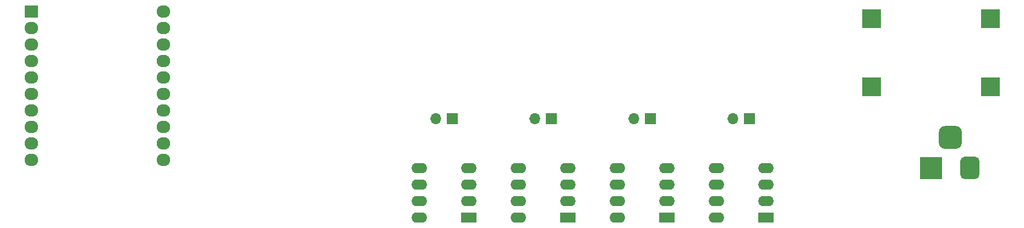
<source format=gbs>
G04 #@! TF.GenerationSoftware,KiCad,Pcbnew,(5.1.9)-1*
G04 #@! TF.CreationDate,2021-03-13T10:24:33-05:00*
G04 #@! TF.ProjectId,Aquarium_Dosing_Pump_Controller,41717561-7269-4756-9d5f-446f73696e67,rev?*
G04 #@! TF.SameCoordinates,Original*
G04 #@! TF.FileFunction,Soldermask,Bot*
G04 #@! TF.FilePolarity,Negative*
%FSLAX46Y46*%
G04 Gerber Fmt 4.6, Leading zero omitted, Abs format (unit mm)*
G04 Created by KiCad (PCBNEW (5.1.9)-1) date 2021-03-13 10:24:33*
%MOMM*%
%LPD*%
G01*
G04 APERTURE LIST*
%ADD10O,2.100000X1.900000*%
%ADD11R,2.100000X1.900000*%
%ADD12R,3.000000X3.000000*%
%ADD13O,2.400000X1.600000*%
%ADD14R,2.400000X1.600000*%
%ADD15O,1.700000X1.700000*%
%ADD16R,1.700000X1.700000*%
%ADD17R,3.500000X3.500000*%
G04 APERTURE END LIST*
D10*
X77470000Y-105410000D03*
X57150000Y-105410000D03*
X77470000Y-102870000D03*
X57150000Y-102870000D03*
X77470000Y-100330000D03*
X57150000Y-100330000D03*
X77470000Y-97790000D03*
X57150000Y-97790000D03*
X77470000Y-95250000D03*
X57150000Y-95250000D03*
X77470000Y-92710000D03*
X57150000Y-92710000D03*
X77470000Y-90170000D03*
X57150000Y-90170000D03*
X77470000Y-87630000D03*
X57150000Y-87630000D03*
X77470000Y-85090000D03*
X57150000Y-85090000D03*
X77470000Y-82550000D03*
D11*
X57150000Y-82550000D03*
D12*
X204705000Y-94150000D03*
X204705000Y-83650000D03*
X186455000Y-94150000D03*
X186455000Y-83650000D03*
D13*
X147320000Y-114300000D03*
X154940000Y-106680000D03*
X147320000Y-111760000D03*
X154940000Y-109220000D03*
X147320000Y-109220000D03*
X154940000Y-111760000D03*
X147320000Y-106680000D03*
D14*
X154940000Y-114300000D03*
D13*
X132080000Y-114300000D03*
X139700000Y-106680000D03*
X132080000Y-111760000D03*
X139700000Y-109220000D03*
X132080000Y-109220000D03*
X139700000Y-111760000D03*
X132080000Y-106680000D03*
D14*
X139700000Y-114300000D03*
D13*
X116840000Y-114300000D03*
X124460000Y-106680000D03*
X116840000Y-111760000D03*
X124460000Y-109220000D03*
X116840000Y-109220000D03*
X124460000Y-111760000D03*
X116840000Y-106680000D03*
D14*
X124460000Y-114300000D03*
D13*
X162560000Y-114300000D03*
X170180000Y-106680000D03*
X162560000Y-111760000D03*
X170180000Y-109220000D03*
X162560000Y-109220000D03*
X170180000Y-111760000D03*
X162560000Y-106680000D03*
D14*
X170180000Y-114300000D03*
D15*
X149860000Y-99060000D03*
D16*
X152400000Y-99060000D03*
D15*
X134620000Y-99060000D03*
D16*
X137160000Y-99060000D03*
D15*
X119380000Y-99060000D03*
D16*
X121920000Y-99060000D03*
D15*
X165100000Y-99060000D03*
D16*
X167640000Y-99060000D03*
G36*
G01*
X200330000Y-101105000D02*
X200330000Y-102855000D01*
G75*
G02*
X199455000Y-103730000I-875000J0D01*
G01*
X197705000Y-103730000D01*
G75*
G02*
X196830000Y-102855000I0J875000D01*
G01*
X196830000Y-101105000D01*
G75*
G02*
X197705000Y-100230000I875000J0D01*
G01*
X199455000Y-100230000D01*
G75*
G02*
X200330000Y-101105000I0J-875000D01*
G01*
G37*
G36*
G01*
X203080000Y-105680000D02*
X203080000Y-107680000D01*
G75*
G02*
X202330000Y-108430000I-750000J0D01*
G01*
X200830000Y-108430000D01*
G75*
G02*
X200080000Y-107680000I0J750000D01*
G01*
X200080000Y-105680000D01*
G75*
G02*
X200830000Y-104930000I750000J0D01*
G01*
X202330000Y-104930000D01*
G75*
G02*
X203080000Y-105680000I0J-750000D01*
G01*
G37*
D17*
X195580000Y-106680000D03*
M02*

</source>
